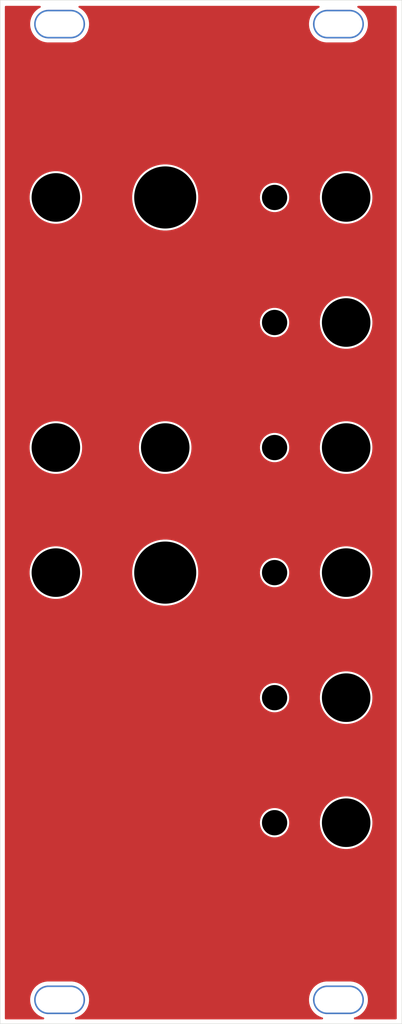
<source format=kicad_pcb>
(kicad_pcb (version 20240108) (generator "pcbnew") (generator_version "8.0")
  (layers (0 "F.Cu" signal) (31 "B.Cu" signal) (34 "B.Paste" user) (35 "F.Paste" user) (36 "B.SilkS" user "B.Silkscreen") (37 "F.SilkS" user "F.Silkscreen") (38 "B.Mask" user) (39 "F.Mask" user) (44 "Edge.Cuts" user))
  (net 0 "")
  (footprint "Extras:PanelHole_Mounting" (layer "F.Cu") (at 142.53 42.935)
    (property "Reference" "REF**" (hide yes))
    (property "Value" "PanelHole_Mounting" (hide yes))
    (pad "" thru_hole oval (at 0 0) (size 6.4 3.6) (drill oval 6 3.2) (layers "*.Cu" "*.Mask"))
  )
  (footprint "Extras:logo_panel" (layer "F.Cu") (at 125.25 163.068)
    (property "Reference" "REF**" (hide yes))
    (property "Value" "logo_panel" (hide yes))
  )
  (footprint "Extras:PanelHole_Mounting" (layer "F.Cu") (at 107.47 42.935)
    (property "Reference" "REF**" (hide yes))
    (property "Value" "PanelHole_Mounting" (hide yes))
    (pad "" thru_hole oval (at 0 0) (size 6.4 3.6) (drill oval 6 3.2) (layers "*.Cu" "*.Mask"))
  )
  (footprint "Extras:PanelHole_Mounting" (layer "F.Cu") (at 107.47 165.435)
    (property "Reference" "REF**" (hide yes))
    (property "Value" "PanelHole_Mounting" (hide yes))
    (pad "" thru_hole oval (at 0 0) (size 6.4 3.6) (drill oval 6 3.2) (layers "*.Cu" "*.Mask"))
  )
  (footprint "Extras:PanelHole_Mounting" (layer "F.Cu") (at 142.53 165.435)
    (property "Reference" "REF**" (hide yes))
    (property "Value" "PanelHole_Mounting" (hide yes))
    (pad "" thru_hole oval (at 0 0) (size 6.4 3.6) (drill oval 6 3.2) (layers "*.Cu" "*.Mask"))
  )
  (footprint "Extras:PanelHole_Pot" (layer "B.Cu") (at 120.75 64.7 180)
    (property "Reference" "REF**" (hide yes))
    (property "Value" "PanelHole_Pot" (hide yes))
    (pad "" np_thru_hole circle (at 0 0 180) (size 7.8 7.8) (drill 7.8) (layers "*.Mask"))
  )
  (footprint "Extras:PanelHole_Jack" (layer "B.Cu") (at 107 96.1 180)
    (property "Reference" "REF**" (hide yes))
    (property "Value" "PanelHole_Jack" (hide yes))
    (pad "" np_thru_hole circle (at 0 0 180) (size 6.1 6.1) (drill 6.1) (layers "*.Mask"))
  )
  (footprint "Extras:PanelHole_Jack" (layer "B.Cu") (at 143.5 96.1 180)
    (property "Reference" "" (at 0 0.5 0) (layer "B.SilkS") (effects (justify mirror)))
    (property "Value" "PanelHole_Jack" (hide yes))
    (pad "" np_thru_hole circle (at 0 0 180) (size 6.1 6.1) (drill 6.1) (layers "*.Mask"))
  )
  (footprint "Extras:PanelHole_LED" (layer "B.Cu") (at 134.5 143.2 180)
    (property "Reference" "REF**" (hide yes))
    (property "Value" "PanelHole_LED" (hide yes))
    (pad "" np_thru_hole circle (at 0 0 180) (size 3.175 3.175) (drill 3.175) (layers "*.Mask"))
  )
  (footprint "Extras:PanelHole_LED" (layer "B.Cu") (at 134.5 64.7 180)
    (property "Reference" "REF**" (hide yes))
    (property "Value" "PanelHole_LED" (hide yes))
    (pad "" np_thru_hole circle (at 0 0 180) (size 3.175 3.175) (drill 3.175) (layers "*.Mask"))
  )
  (footprint "Extras:PanelHole_Jack" (layer "B.Cu") (at 107 64.7 180)
    (property "Reference" "REF**" (hide yes))
    (property "Value" "PanelHole_Jack" (hide yes))
    (pad "" np_thru_hole circle (at 0 0 180) (size 6.1 6.1) (drill 6.1) (layers "*.Mask"))
  )
  (footprint "Extras:PanelHole_LED" (layer "B.Cu") (at 134.5 111.8 180)
    (property "Reference" "REF**" (hide yes))
    (property "Value" "PanelHole_LED" (hide yes))
    (pad "" np_thru_hole circle (at 0 0 180) (size 3.175 3.175) (drill 3.175) (layers "*.Mask"))
  )
  (footprint "Extras:PanelHole_Jack" (layer "B.Cu") (at 143.5 143.2 180)
    (property "Reference" "" (at 0 0.5 0) (layer "B.SilkS") (effects (justify mirror)))
    (property "Value" "PanelHole_Jack" (hide yes))
    (pad "" np_thru_hole circle (at 0 0 180) (size 6.1 6.1) (drill 6.1) (layers "*.Mask"))
  )
  (footprint "Extras:PanelHole_LED" (layer "B.Cu") (at 134.5 127.5 180)
    (property "Reference" "REF**" (hide yes))
    (property "Value" "PanelHole_LED" (hide yes))
    (pad "" np_thru_hole circle (at 0 0 180) (size 3.175 3.175) (drill 3.175) (layers "*.Mask"))
  )
  (footprint "Extras:PanelHole_Jack" (layer "B.Cu") (at 120.75 96.1 180)
    (property "Reference" "REF**" (hide yes))
    (property "Value" "PanelHole_Jack" (hide yes))
    (pad "" np_thru_hole circle (at 0 0 180) (size 6.1 6.1) (drill 6.1) (layers "*.Mask"))
  )
  (footprint "Extras:PanelHole_Jack" (layer "B.Cu") (at 143.5 111.8 180)
    (property "Reference" "" (at 0 0.5 0) (layer "B.SilkS") (effects (justify mirror)))
    (property "Value" "PanelHole_Jack" (hide yes))
    (pad "" np_thru_hole circle (at 0 0 180) (size 6.1 6.1) (drill 6.1) (layers "*.Mask"))
  )
  (footprint "Extras:PanelHole_Jack" (layer "B.Cu") (at 107 111.8 180)
    (property "Reference" "REF**" (hide yes))
    (property "Value" "PanelHole_Jack" (hide yes))
    (pad "" np_thru_hole circle (at 0 0 180) (size 6.1 6.1) (drill 6.1) (layers "*.Mask"))
  )
  (footprint "Extras:PanelHole_Jack" (layer "B.Cu") (at 143.5 127.5 180)
    (property "Reference" "" (at 0 0.5 0) (layer "B.SilkS") (effects (justify mirror)))
    (property "Value" "PanelHole_Jack" (hide yes))
    (pad "" np_thru_hole circle (at 0 0 180) (size 6.1 6.1) (drill 6.1) (layers "*.Mask"))
  )
  (footprint "Extras:PanelHole_LED" (layer "B.Cu") (at 134.5 96.1 180)
    (property "Reference" "REF**" (hide yes))
    (property "Value" "PanelHole_LED" (hide yes))
    (pad "" np_thru_hole circle (at 0 0 180) (size 3.175 3.175) (drill 3.175) (layers "*.Mask"))
  )
  (footprint "Extras:PanelHole_LED" (layer "B.Cu") (at 134.5 80.4 180)
    (property "Reference" "REF**" (hide yes))
    (property "Value" "PanelHole_LED" (hide yes))
    (pad "" np_thru_hole circle (at 0 0 180) (size 3.175 3.175) (drill 3.175) (layers "*.Mask"))
  )
  (footprint "Extras:PanelHole_Jack" (layer "B.Cu") (at 143.5 80.4 180)
    (property "Reference" "" (at 0 0.5 0) (layer "B.SilkS") (effects (justify mirror)))
    (property "Value" "PanelHole_Jack" (hide yes))
    (pad "" np_thru_hole circle (at 0 0 180) (size 6.1 6.1) (drill 6.1) (layers "*.Mask"))
  )
  (footprint "Extras:PanelHole_Jack" (layer "B.Cu") (at 143.5 64.7 180)
    (property "Reference" "REF**" (hide yes))
    (property "Value" "PanelHole_Jack" (hide yes))
    (pad "" np_thru_hole circle (at 0 0 180) (size 6.1 6.1) (drill 6.1) (layers "*.Mask"))
  )
  (footprint "Extras:PanelHole_Pot" (layer "B.Cu") (at 120.75 111.8 180)
    (property "Reference" "REF**" (hide yes))
    (property "Value" "PanelHole_Pot" (hide yes))
    (pad "" np_thru_hole circle (at 0 0 180) (size 7.8 7.8) (drill 7.8) (layers "*.Mask"))
  )
  (gr_rect (start 100 39.935) (end 150.5 168.435) (stroke (width 0.05)) (fill none) (layer "Edge.Cuts"))
  (zone (net 0) (net_name "") (layer "F.Cu") (connect_pads (clearance 0.5)) (min_thickness 0.25) (fill yes (thermal_gap 0.5) (thermal_bridge_width 0.5) (island_removal_mode 1) (island_area_min 10))
    (polygon (pts (xy 100.584 40.64) (xy 149.86 40.64) (xy 149.86 167.894) (xy 100.584 167.894)))
  )
)
</source>
